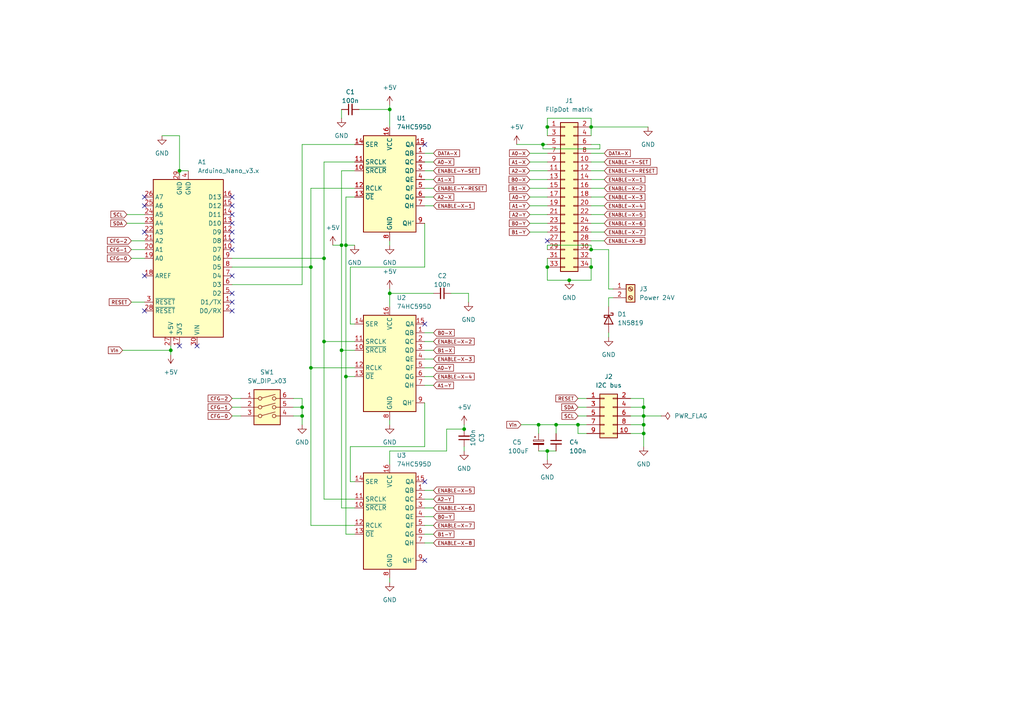
<source format=kicad_sch>
(kicad_sch (version 20211123) (generator eeschema)
  (paper "A4")
  (title_block (title "FlipDot34-Nano Controller Board") (date "2022-04-30") (rev "1.0"))
  (lib_symbols
    (symbol "74xx:74HC595"
      (property "Reference" "U" (at -7.62 13.97 0))
      (property "Value" "74HC595" (at -7.62 -16.51 0))
      (symbol "74HC595_1_0"
        (pin tri_state line (at 10.16 7.62 180) (length 2.54) (name "QB") (number "1"))
        (pin input line (at -10.16 2.54 0) (length 2.54) (name "~{SRCLR}") (number "10"))
        (pin input line (at -10.16 5.08 0) (length 2.54) (name "SRCLK") (number "11"))
        (pin input line (at -10.16 -2.54 0) (length 2.54) (name "RCLK") (number "12"))
        (pin input line (at -10.16 -5.08 0) (length 2.54) (name "~{OE}") (number "13"))
        (pin input line (at -10.16 10.16 0) (length 2.54) (name "SER") (number "14"))
        (pin tri_state line (at 10.16 10.16 180) (length 2.54) (name "QA") (number "15"))
        (pin power_in line (at 0 15.24 270) (length 2.54) (name "VCC") (number "16"))
        (pin tri_state line (at 10.16 5.08 180) (length 2.54) (name "QC") (number "2"))
        (pin tri_state line (at 10.16 2.54 180) (length 2.54) (name "QD") (number "3"))
        (pin tri_state line (at 10.16 0 180) (length 2.54) (name "QE") (number "4"))
        (pin tri_state line (at 10.16 -2.54 180) (length 2.54) (name "QF") (number "5"))
        (pin tri_state line (at 10.16 -5.08 180) (length 2.54) (name "QG") (number "6"))
        (pin tri_state line (at 10.16 -7.62 180) (length 2.54) (name "QH") (number "7"))
        (pin power_in line (at 0 -17.78 90) (length 2.54) (name "GND") (number "8"))
        (pin output line (at 10.16 -12.7 180) (length 2.54) (name "QH'") (number "9"))
      )
      (symbol "74HC595_1_1"
        (rectangle (start -7.62 12.7) (end 7.62 -15.24) (stroke (width 0.254)) (fill (type background)))
      )
    )
    (symbol "Connector:Screw_Terminal_01x02" (pin_names (offset 1.016) hide)
      (property "Reference" "J" (at 0 2.54 0))
      (property "Value" "Screw_Terminal_01x02" (at 0 -5.08 0))
      (symbol "Screw_Terminal_01x02_1_1"
        (rectangle (start -1.27 1.27) (end 1.27 -3.81) (stroke (width 0.254)) (fill (type background)))
        (circle (center 0 -2.54) (radius 0.635) (stroke (width 0.1524)))
        (polyline (pts (xy -0.5334 -2.2098) (xy 0.3302 -3.048)) (stroke (width 0.1524)))
        (polyline (pts (xy -0.5334 0.3302) (xy 0.3302 -0.508)) (stroke (width 0.1524)))
        (polyline (pts (xy -0.3556 -2.032) (xy 0.508 -2.8702)) (stroke (width 0.1524)))
        (polyline (pts (xy -0.3556 0.508) (xy 0.508 -0.3302)) (stroke (width 0.1524)))
        (circle (center 0 0) (radius 0.635) (stroke (width 0.1524)))
        (pin passive line (at -5.08 0 0) (length 3.81) (name "Pin_1") (number "1"))
        (pin passive line (at -5.08 -2.54 0) (length 3.81) (name "Pin_2") (number "2"))
      )
    )
    (symbol "Connector_Generic:Conn_02x05_Odd_Even" (pin_names (offset 1.016) hide)
      (property "Reference" "J" (at 1.27 7.62 0))
      (property "Value" "Conn_02x05_Odd_Even" (at 1.27 -7.62 0))
      (symbol "Conn_02x05_Odd_Even_1_1"
        (rectangle (start -1.27 -4.953) (end 0 -5.207) (stroke (width 0.1524)))
        (rectangle (start -1.27 -2.413) (end 0 -2.667) (stroke (width 0.1524)))
        (rectangle (start -1.27 0.127) (end 0 -0.127) (stroke (width 0.1524)))
        (rectangle (start -1.27 2.667) (end 0 2.413) (stroke (width 0.1524)))
        (rectangle (start -1.27 5.207) (end 0 4.953) (stroke (width 0.1524)))
        (rectangle (start -1.27 6.35) (end 3.81 -6.35) (stroke (width 0.254)) (fill (type background)))
        (rectangle (start 3.81 -4.953) (end 2.54 -5.207) (stroke (width 0.1524)))
        (rectangle (start 3.81 -2.413) (end 2.54 -2.667) (stroke (width 0.1524)))
        (rectangle (start 3.81 0.127) (end 2.54 -0.127) (stroke (width 0.1524)))
        (rectangle (start 3.81 2.667) (end 2.54 2.413) (stroke (width 0.1524)))
        (rectangle (start 3.81 5.207) (end 2.54 4.953) (stroke (width 0.1524)))
        (pin passive line (at -5.08 5.08 0) (length 3.81) (name "Pin_1") (number "1"))
        (pin passive line (at 7.62 -5.08 180) (length 3.81) (name "Pin_10") (number "10"))
        (pin passive line (at 7.62 5.08 180) (length 3.81) (name "Pin_2") (number "2"))
        (pin passive line (at -5.08 2.54 0) (length 3.81) (name "Pin_3") (number "3"))
        (pin passive line (at 7.62 2.54 180) (length 3.81) (name "Pin_4") (number "4"))
        (pin passive line (at -5.08 0 0) (length 3.81) (name "Pin_5") (number "5"))
        (pin passive line (at 7.62 0 180) (length 3.81) (name "Pin_6") (number "6"))
        (pin passive line (at -5.08 -2.54 0) (length 3.81) (name "Pin_7") (number "7"))
        (pin passive line (at 7.62 -2.54 180) (length 3.81) (name "Pin_8") (number "8"))
        (pin passive line (at -5.08 -5.08 0) (length 3.81) (name "Pin_9") (number "9"))
      )
    )
    (symbol "Connector_Generic:Conn_02x17_Odd_Even" (pin_names (offset 1.016) hide)
      (property "Reference" "J" (at 1.27 22.86 0))
      (property "Value" "Conn_02x17_Odd_Even" (at 1.27 -22.86 0))
      (symbol "Conn_02x17_Odd_Even_1_1"
        (rectangle (start -1.27 -20.193) (end 0 -20.447) (stroke (width 0.1524)))
        (rectangle (start -1.27 -17.653) (end 0 -17.907) (stroke (width 0.1524)))
        (rectangle (start -1.27 -15.113) (end 0 -15.367) (stroke (width 0.1524)))
        (rectangle (start -1.27 -12.573) (end 0 -12.827) (stroke (width 0.1524)))
        (rectangle (start -1.27 -10.033) (end 0 -10.287) (stroke (width 0.1524)))
        (rectangle (start -1.27 -7.493) (end 0 -7.747) (stroke (width 0.1524)))
        (rectangle (start -1.27 -4.953) (end 0 -5.207) (stroke (width 0.1524)))
        (rectangle (start -1.27 -2.413) (end 0 -2.667) (stroke (width 0.1524)))
        (rectangle (start -1.27 0.127) (end 0 -0.127) (stroke (width 0.1524)))
        (rectangle (start -1.27 2.667) (end 0 2.413) (stroke (width 0.1524)))
        (rectangle (start -1.27 5.207) (end 0 4.953) (stroke (width 0.1524)))
        (rectangle (start -1.27 7.747) (end 0 7.493) (stroke (width 0.1524)))
        (rectangle (start -1.27 10.287) (end 0 10.033) (stroke (width 0.1524)))
        (rectangle (start -1.27 12.827) (end 0 12.573) (stroke (width 0.1524)))
        (rectangle (start -1.27 15.367) (end 0 15.113) (stroke (width 0.1524)))
        (rectangle (start -1.27 17.907) (end 0 17.653) (stroke (width 0.1524)))
        (rectangle (start -1.27 20.447) (end 0 20.193) (stroke (width 0.1524)))
        (rectangle (start -1.27 21.59) (end 3.81 -21.59) (stroke (width 0.254)) (fill (type background)))
        (rectangle (start 3.81 -20.193) (end 2.54 -20.447) (stroke (width 0.1524)))
        (rectangle (start 3.81 -17.653) (end 2.54 -17.907) (stroke (width 0.1524)))
        (rectangle (start 3.81 -15.113) (end 2.54 -15.367) (stroke (width 0.1524)))
        (rectangle (start 3.81 -12.573) (end 2.54 -12.827) (stroke (width 0.1524)))
        (rectangle (start 3.81 -10.033) (end 2.54 -10.287) (stroke (width 0.1524)))
        (rectangle (start 3.81 -7.493) (end 2.54 -7.747) (stroke (width 0.1524)))
        (rectangle (start 3.81 -4.953) (end 2.54 -5.207) (stroke (width 0.1524)))
        (rectangle (start 3.81 -2.413) (end 2.54 -2.667) (stroke (width 0.1524)))
        (rectangle (start 3.81 0.127) (end 2.54 -0.127) (stroke (width 0.1524)))
        (rectangle (start 3.81 2.667) (end 2.54 2.413) (stroke (width 0.1524)))
        (rectangle (start 3.81 5.207) (end 2.54 4.953) (stroke (width 0.1524)))
        (rectangle (start 3.81 7.747) (end 2.54 7.493) (stroke (width 0.1524)))
        (rectangle (start 3.81 10.287) (end 2.54 10.033) (stroke (width 0.1524)))
        (rectangle (start 3.81 12.827) (end 2.54 12.573) (stroke (width 0.1524)))
        (rectangle (start 3.81 15.367) (end 2.54 15.113) (stroke (width 0.1524)))
        (rectangle (start 3.81 17.907) (end 2.54 17.653) (stroke (width 0.1524)))
        (rectangle (start 3.81 20.447) (end 2.54 20.193) (stroke (width 0.1524)))
        (pin passive line (at -5.08 20.32 0) (length 3.81) (name "Pin_1") (number "1"))
        (pin passive line (at 7.62 10.16 180) (length 3.81) (name "Pin_10") (number "10"))
        (pin passive line (at -5.08 7.62 0) (length 3.81) (name "Pin_11") (number "11"))
        (pin passive line (at 7.62 7.62 180) (length 3.81) (name "Pin_12") (number "12"))
        (pin passive line (at -5.08 5.08 0) (length 3.81) (name "Pin_13") (number "13"))
        (pin passive line (at 7.62 5.08 180) (length 3.81) (name "Pin_14") (number "14"))
        (pin passive line (at -5.08 2.54 0) (length 3.81) (name "Pin_15") (number "15"))
        (pin passive line (at 7.62 2.54 180) (length 3.81) (name "Pin_16") (number "16"))
        (pin passive line (at -5.08 0 0) (length 3.81) (name "Pin_17") (number "17"))
        (pin passive line (at 7.62 0 180) (length 3.81) (name "Pin_18") (number "18"))
        (pin passive line (at -5.08 -2.54 0) (length 3.81) (name "Pin_19") (number "19"))
        (pin passive line (at 7.62 20.32 180) (length 3.81) (name "Pin_2") (number "2"))
        (pin passive line (at 7.62 -2.54 180) (length 3.81) (name "Pin_20") (number "20"))
        (pin passive line (at -5.08 -5.08 0) (length 3.81) (name "Pin_21") (number "21"))
        (pin passive line (at 7.62 -5.08 180) (length 3.81) (name "Pin_22") (number "22"))
        (pin passive line (at -5.08 -7.62 0) (length 3.81) (name "Pin_23") (number "23"))
        (pin passive line (at 7.62 -7.62 180) (length 3.81) (name "Pin_24") (number "24"))
        (pin passive line (at -5.08 -10.16 0) (length 3.81) (name "Pin_25") (number "25"))
        (pin passive line (at 7.62 -10.16 180) (length 3.81) (name "Pin_26") (number "26"))
        (pin passive line (at -5.08 -12.7 0) (length 3.81) (name "Pin_27") (number "27"))
        (pin passive line (at 7.62 -12.7 180) (length 3.81) (name "Pin_28") (number "28"))
        (pin passive line (at -5.08 -15.24 0) (length 3.81) (name "Pin_29") (number "29"))
        (pin passive line (at -5.08 17.78 0) (length 3.81) (name "Pin_3") (number "3"))
        (pin passive line (at 7.62 -15.24 180) (length 3.81) (name "Pin_30") (number "30"))
        (pin passive line (at -5.08 -17.78 0) (length 3.81) (name "Pin_31") (number "31"))
        (pin passive line (at 7.62 -17.78 180) (length 3.81) (name "Pin_32") (number "32"))
        (pin passive line (at -5.08 -20.32 0) (length 3.81) (name "Pin_33") (number "33"))
        (pin passive line (at 7.62 -20.32 180) (length 3.81) (name "Pin_34") (number "34"))
        (pin passive line (at 7.62 17.78 180) (length 3.81) (name "Pin_4") (number "4"))
        (pin passive line (at -5.08 15.24 0) (length 3.81) (name "Pin_5") (number "5"))
        (pin passive line (at 7.62 15.24 180) (length 3.81) (name "Pin_6") (number "6"))
        (pin passive line (at -5.08 12.7 0) (length 3.81) (name "Pin_7") (number "7"))
        (pin passive line (at 7.62 12.7 180) (length 3.81) (name "Pin_8") (number "8"))
        (pin passive line (at -5.08 10.16 0) (length 3.81) (name "Pin_9") (number "9"))
      )
    )
    (symbol "Device:C_Polarized_Small" (pin_numbers hide) (pin_names (offset 0.254) hide)
      (property "Reference" "C" (at 0.254 1.778 0))
      (property "Value" "C_Polarized_Small" (at 0.254 -2.032 0))
      (symbol "C_Polarized_Small_0_1"
        (rectangle (start -1.524 -0.3048) (end 1.524 -0.6858) (fill (type outline)))
        (rectangle (start -1.524 0.6858) (end 1.524 0.3048))
        (polyline (pts (xy -1.27 1.524) (xy -0.762 1.524)))
        (polyline (pts (xy -1.016 1.27) (xy -1.016 1.778)))
      )
      (symbol "C_Polarized_Small_1_1"
        (pin passive line (at 0 2.54 270) (length 1.8542) (name "~") (number "1"))
        (pin passive line (at 0 -2.54 90) (length 1.8542) (name "~") (number "2"))
      )
    )
    (symbol "Device:C_Small" (pin_numbers hide) (pin_names (offset 0.254) hide)
      (property "Reference" "C" (at 0.254 1.778 0))
      (property "Value" "C_Small" (at 0.254 -2.032 0))
      (symbol "C_Small_0_1"
        (polyline (pts (xy -1.524 -0.508) (xy 1.524 -0.508)) (stroke (width 0.3302)))
        (polyline (pts (xy -1.524 0.508) (xy 1.524 0.508)) (stroke (width 0.3048)))
      )
      (symbol "C_Small_1_1"
        (pin passive line (at 0 2.54 270) (length 2.032) (name "~") (number "1"))
        (pin passive line (at 0 -2.54 90) (length 2.032) (name "~") (number "2"))
      )
    )
    (symbol "Diode:1N5819" (pin_numbers hide) (pin_names (offset 1.016) hide)
      (property "Reference" "D" (at 0 2.54 0))
      (property "Value" "1N5819" (at 0 -2.54 0))
      (symbol "1N5819_0_1"
        (polyline (pts (xy 1.27 0) (xy -1.27 0)))
        (polyline (pts (xy 1.27 1.27) (xy 1.27 -1.27) (xy -1.27 0) (xy 1.27 1.27)) (stroke (width 0.254)))
        (polyline (pts (xy -1.905 0.635) (xy -1.905 1.27) (xy -1.27 1.27) (xy -1.27 -1.27) (xy -0.635 -1.27) (xy -0.635 -0.635)) (stroke (width 0.254)))
      )
      (symbol "1N5819_1_1"
        (pin passive line (at -3.81 0 0) (length 2.54) (name "K") (number "1"))
        (pin passive line (at 3.81 0 180) (length 2.54) (name "A") (number "2"))
      )
    )
    (symbol "MCU_Module:Arduino_Nano_v3.x"
      (property "Reference" "A" (at -10.16 23.495 0))
      (property "Value" "Arduino_Nano_v3.x" (at 5.08 -24.13 0))
      (symbol "Arduino_Nano_v3.x_0_1"
        (rectangle (start -10.16 22.86) (end 10.16 -22.86) (stroke (width 0.254)) (fill (type background)))
      )
      (symbol "Arduino_Nano_v3.x_1_1"
        (pin bidirectional line (at -12.7 12.7 0) (length 2.54) (name "D1/TX") (number "1"))
        (pin bidirectional line (at -12.7 -2.54 0) (length 2.54) (name "D7") (number "10"))
        (pin bidirectional line (at -12.7 -5.08 0) (length 2.54) (name "D8") (number "11"))
        (pin bidirectional line (at -12.7 -7.62 0) (length 2.54) (name "D9") (number "12"))
        (pin bidirectional line (at -12.7 -10.16 0) (length 2.54) (name "D10") (number "13"))
        (pin bidirectional line (at -12.7 -12.7 0) (length 2.54) (name "D11") (number "14"))
        (pin bidirectional line (at -12.7 -15.24 0) (length 2.54) (name "D12") (number "15"))
        (pin bidirectional line (at -12.7 -17.78 0) (length 2.54) (name "D13") (number "16"))
        (pin power_out line (at 2.54 25.4 270) (length 2.54) (name "3V3") (number "17"))
        (pin input line (at 12.7 5.08 180) (length 2.54) (name "AREF") (number "18"))
        (pin bidirectional line (at 12.7 0 180) (length 2.54) (name "A0") (number "19"))
        (pin bidirectional line (at -12.7 15.24 0) (length 2.54) (name "D0/RX") (number "2"))
        (pin bidirectional line (at 12.7 -2.54 180) (length 2.54) (name "A1") (number "20"))
        (pin bidirectional line (at 12.7 -5.08 180) (length 2.54) (name "A2") (number "21"))
        (pin bidirectional line (at 12.7 -7.62 180) (length 2.54) (name "A3") (number "22"))
        (pin bidirectional line (at 12.7 -10.16 180) (length 2.54) (name "A4") (number "23"))
        (pin bidirectional line (at 12.7 -12.7 180) (length 2.54) (name "A5") (number "24"))
        (pin bidirectional line (at 12.7 -15.24 180) (length 2.54) (name "A6") (number "25"))
        (pin bidirectional line (at 12.7 -17.78 180) (length 2.54) (name "A7") (number "26"))
        (pin power_out line (at 5.08 25.4 270) (length 2.54) (name "+5V") (number "27"))
        (pin input line (at 12.7 15.24 180) (length 2.54) (name "~{RESET}") (number "28"))
        (pin power_in line (at 2.54 -25.4 90) (length 2.54) (name "GND") (number "29"))
        (pin input line (at 12.7 12.7 180) (length 2.54) (name "~{RESET}") (number "3"))
        (pin power_in line (at -2.54 25.4 270) (length 2.54) (name "VIN") (number "30"))
        (pin power_in line (at 0 -25.4 90) (length 2.54) (name "GND") (number "4"))
        (pin bidirectional line (at -12.7 10.16 0) (length 2.54) (name "D2") (number "5"))
        (pin bidirectional line (at -12.7 7.62 0) (length 2.54) (name "D3") (number "6"))
        (pin bidirectional line (at -12.7 5.08 0) (length 2.54) (name "D4") (number "7"))
        (pin bidirectional line (at -12.7 2.54 0) (length 2.54) (name "D5") (number "8"))
        (pin bidirectional line (at -12.7 0 0) (length 2.54) (name "D6") (number "9"))
      )
    )
    (symbol "Switch:SW_DIP_x03" (pin_names (offset 0) hide)
      (property "Reference" "SW" (at 0 8.89 0))
      (property "Value" "SW_DIP_x03" (at 0 -3.81 0))
      (symbol "SW_DIP_x03_0_0"
        (circle (center -2.032 0) (radius 0.508))
        (circle (center -2.032 2.54) (radius 0.508))
        (circle (center -2.032 5.08) (radius 0.508))
        (polyline (pts (xy -1.524 0.127) (xy 2.3622 1.1684)))
        (polyline (pts (xy -1.524 2.667) (xy 2.3622 3.7084)))
        (polyline (pts (xy -1.524 5.207) (xy 2.3622 6.2484)))
        (circle (center 2.032 0) (radius 0.508))
        (circle (center 2.032 2.54) (radius 0.508))
        (circle (center 2.032 5.08) (radius 0.508))
      )
      (symbol "SW_DIP_x03_0_1"
        (rectangle (start -3.81 7.62) (end 3.81 -2.54) (stroke (width 0.254)) (fill (type background)))
      )
      (symbol "SW_DIP_x03_1_1"
        (pin passive line (at -7.62 5.08 0) (length 5.08) (name "~") (number "1"))
        (pin passive line (at -7.62 2.54 0) (length 5.08) (name "~") (number "2"))
        (pin passive line (at -7.62 0 0) (length 5.08) (name "~") (number "3"))
        (pin passive line (at 7.62 0 180) (length 5.08) (name "~") (number "4"))
        (pin passive line (at 7.62 2.54 180) (length 5.08) (name "~") (number "5"))
        (pin passive line (at 7.62 5.08 180) (length 5.08) (name "~") (number "6"))
      )
    )
    (symbol "power:+5V" (power) (pin_names (offset 0))
      (property "Value" "+5V" (at 0 3.556 0))
      (symbol "+5V_0_1"
        (polyline (pts (xy -0.762 1.27) (xy 0 2.54)))
        (polyline (pts (xy 0 0) (xy 0 2.54)))
        (polyline (pts (xy 0 2.54) (xy 0.762 1.27)))
      )
      (symbol "+5V_1_1"
        (pin power_in line (at 0 0 90) (length 0) hide (name "+5V") (number "1"))
      )
    )
    (symbol "power:GND" (power) (pin_names (offset 0))
      (property "Value" "GND" (at 0 -3.81 0))
      (symbol "GND_0_1"
        (polyline (pts (xy 0 0) (xy 0 -1.27) (xy 1.27 -1.27) (xy 0 -2.54) (xy -1.27 -1.27) (xy 0 -1.27)))
      )
      (symbol "GND_1_1"
        (pin power_in line (at 0 0 270) (length 0) hide (name "GND") (number "1"))
      )
    )
    (symbol "power:PWR_FLAG" (power) (pin_numbers hide) (pin_names (offset 0) hide)
      (property "Value" "PWR_FLAG" (at 0 3.81 0))
      (symbol "PWR_FLAG_0_0"
        (pin power_out line (at 0 0 90) (length 0) (name "pwr") (number "1"))
      )
      (symbol "PWR_FLAG_0_1"
        (polyline (pts (xy 0 0) (xy 0 1.27) (xy -1.016 1.905) (xy 0 2.54) (xy 1.016 1.905) (xy 0 1.27)))
      )
    )
  )
  (junction (at 52.07 49.53))
  (junction (at 100.33 71.12))
  (junction (at 99.06 101.6))
  (junction (at 99.06 71.12))
  (junction (at 113.03 85.09))
  (junction (at 171.45 77.47))
  (junction (at 156.21 123.19))
  (junction (at 186.69 123.19))
  (junction (at 171.45 72.39))
  (junction (at 161.29 123.19))
  (junction (at 186.69 120.65))
  (junction (at 186.69 125.73))
  (junction (at 100.33 109.22))
  (junction (at 49.53 101.6))
  (junction (at 158.75 36.83))
  (junction (at 165.1 81.28))
  (junction (at 158.75 130.81))
  (junction (at 113.03 31.75))
  (junction (at 167.64 123.19))
  (junction (at 90.17 106.68))
  (junction (at 90.17 77.47))
  (junction (at 157.48 41.91))
  (junction (at 87.63 120.65))
  (junction (at 87.63 118.11))
  (junction (at 171.45 36.83))
  (junction (at 134.62 124.46))
  (junction (at 93.98 74.93))
  (junction (at 158.75 77.47))
  (junction (at 186.69 118.11))
  (junction (at 93.98 99.06))
  (no_connect (at 41.91 67.31))
  (no_connect (at 67.31 87.63))
  (no_connect (at 41.91 59.69))
  (no_connect (at 123.19 93.98))
  (no_connect (at 123.19 139.7))
  (no_connect (at 123.19 41.91))
  (no_connect (at 52.07 100.33))
  (no_connect (at 67.31 57.15))
  (no_connect (at 67.31 64.77))
  (no_connect (at 67.31 85.09))
  (no_connect (at 67.31 80.01))
  (no_connect (at 67.31 67.31))
  (no_connect (at 67.31 69.85))
  (no_connect (at 67.31 72.39))
  (no_connect (at 41.91 80.01))
  (no_connect (at 57.15 100.33))
  (no_connect (at 123.19 162.56))
  (no_connect (at 41.91 57.15))
  (no_connect (at 67.31 90.17))
  (no_connect (at 158.75 69.85))
  (no_connect (at 67.31 62.23))
  (no_connect (at 67.31 59.69))
  (no_connect (at 41.91 90.17))
  (wire (pts (xy 153.67 46.99) (xy 158.75 46.99)))
  (wire (pts (xy 102.87 57.15) (xy 100.33 57.15)))
  (wire (pts (xy 67.31 82.55) (xy 87.63 82.55)))
  (wire (pts (xy 167.64 120.65) (xy 170.18 120.65)))
  (wire (pts (xy 157.48 41.91) (xy 157.48 43.18)))
  (wire (pts (xy 113.03 31.75) (xy 113.03 36.83)))
  (wire (pts (xy 157.48 41.91) (xy 158.75 41.91)))
  (wire (pts (xy 67.31 118.11) (xy 69.85 118.11)))
  (wire (pts (xy 186.69 115.57) (xy 186.69 118.11)))
  (wire (pts (xy 158.75 71.12) (xy 171.45 71.12)))
  (wire (pts (xy 158.75 130.81) (xy 158.75 133.35)))
  (wire (pts (xy 85.09 120.65) (xy 87.63 120.65)))
  (wire (pts (xy 171.45 34.29) (xy 171.45 36.83)))
  (wire (pts (xy 158.75 36.83) (xy 158.75 39.37)))
  (wire (pts (xy 153.67 62.23) (xy 158.75 62.23)))
  (wire (pts (xy 186.69 120.65) (xy 191.77 120.65)))
  (wire (pts (xy 158.75 34.29) (xy 171.45 34.29)))
  (wire (pts (xy 123.19 77.47) (xy 101.6 77.47)))
  (wire (pts (xy 186.69 125.73) (xy 186.69 129.54)))
  (wire (pts (xy 123.19 99.06) (xy 125.73 99.06)))
  (wire (pts (xy 171.45 71.12) (xy 171.45 72.39)))
  (wire (pts (xy 123.19 149.86) (xy 125.73 149.86)))
  (wire (pts (xy 38.1 87.63) (xy 41.91 87.63)))
  (wire (pts (xy 49.53 101.6) (xy 49.53 102.87)))
  (wire (pts (xy 99.06 101.6) (xy 99.06 147.32)))
  (wire (pts (xy 175.26 54.61) (xy 171.45 54.61)))
  (wire (pts (xy 90.17 54.61) (xy 90.17 77.47)))
  (wire (pts (xy 123.19 142.24) (xy 125.73 142.24)))
  (wire (pts (xy 93.98 144.78) (xy 102.87 144.78)))
  (wire (pts (xy 100.33 71.12) (xy 102.87 71.12)))
  (wire (pts (xy 156.21 123.19) (xy 161.29 123.19)))
  (wire (pts (xy 153.67 57.15) (xy 158.75 57.15)))
  (wire (pts (xy 173.99 43.18) (xy 173.99 41.91)))
  (wire (pts (xy 52.07 39.37) (xy 52.07 49.53)))
  (wire (pts (xy 90.17 77.47) (xy 90.17 106.68)))
  (wire (pts (xy 36.83 62.23) (xy 41.91 62.23)))
  (wire (pts (xy 175.26 57.15) (xy 171.45 57.15)))
  (wire (pts (xy 93.98 99.06) (xy 102.87 99.06)))
  (wire (pts (xy 113.03 121.92) (xy 113.03 123.19)))
  (wire (pts (xy 182.88 123.19) (xy 186.69 123.19)))
  (wire (pts (xy 182.88 120.65) (xy 186.69 120.65)))
  (wire (pts (xy 158.75 81.28) (xy 165.1 81.28)))
  (wire (pts (xy 123.19 154.94) (xy 125.73 154.94)))
  (wire (pts (xy 100.33 57.15) (xy 100.33 71.12)))
  (wire (pts (xy 67.31 77.47) (xy 90.17 77.47)))
  (wire (pts (xy 176.53 83.82) (xy 177.8 83.82)))
  (wire (pts (xy 99.06 71.12) (xy 99.06 101.6)))
  (wire (pts (xy 102.87 49.53) (xy 99.06 49.53)))
  (wire (pts (xy 85.09 115.57) (xy 87.63 115.57)))
  (wire (pts (xy 157.48 43.18) (xy 173.99 43.18)))
  (wire (pts (xy 176.53 72.39) (xy 176.53 83.82)))
  (wire (pts (xy 67.31 115.57) (xy 69.85 115.57)))
  (wire (pts (xy 52.07 49.53) (xy 54.61 49.53)))
  (wire (pts (xy 101.6 93.98) (xy 102.87 93.98)))
  (wire (pts (xy 175.26 59.69) (xy 171.45 59.69)))
  (wire (pts (xy 123.19 109.22) (xy 125.73 109.22)))
  (wire (pts (xy 176.53 86.36) (xy 177.8 86.36)))
  (wire (pts (xy 123.19 96.52) (xy 125.73 96.52)))
  (wire (pts (xy 123.19 116.84) (xy 123.19 129.54)))
  (wire (pts (xy 99.06 101.6) (xy 102.87 101.6)))
  (wire (pts (xy 173.99 41.91) (xy 171.45 41.91)))
  (wire (pts (xy 171.45 81.28) (xy 171.45 77.47)))
  (wire (pts (xy 100.33 109.22) (xy 100.33 154.94)))
  (wire (pts (xy 123.19 152.4) (xy 125.73 152.4)))
  (wire (pts (xy 123.19 104.14) (xy 125.73 104.14)))
  (wire (pts (xy 158.75 72.39) (xy 158.75 71.12)))
  (wire (pts (xy 123.19 106.68) (xy 125.73 106.68)))
  (wire (pts (xy 182.88 115.57) (xy 186.69 115.57)))
  (wire (pts (xy 101.6 139.7) (xy 102.87 139.7)))
  (wire (pts (xy 113.03 69.85) (xy 113.03 71.12)))
  (wire (pts (xy 186.69 123.19) (xy 186.69 125.73)))
  (wire (pts (xy 38.1 74.93) (xy 41.91 74.93)))
  (wire (pts (xy 123.19 111.76) (xy 125.73 111.76)))
  (wire (pts (xy 167.64 123.19) (xy 170.18 123.19)))
  (wire (pts (xy 101.6 129.54) (xy 101.6 139.7)))
  (wire (pts (xy 102.87 46.99) (xy 93.98 46.99)))
  (wire (pts (xy 90.17 106.68) (xy 102.87 106.68)))
  (wire (pts (xy 175.26 49.53) (xy 171.45 49.53)))
  (wire (pts (xy 171.45 72.39) (xy 176.53 72.39)))
  (wire (pts (xy 153.67 67.31) (xy 158.75 67.31)))
  (wire (pts (xy 123.19 49.53) (xy 125.73 49.53)))
  (wire (pts (xy 123.19 64.77) (xy 123.19 77.47)))
  (wire (pts (xy 123.19 44.45) (xy 125.73 44.45)))
  (wire (pts (xy 130.81 85.09) (xy 135.89 85.09)))
  (wire (pts (xy 123.19 144.78) (xy 125.73 144.78)))
  (wire (pts (xy 123.19 57.15) (xy 125.73 57.15)))
  (wire (pts (xy 67.31 74.93) (xy 93.98 74.93)))
  (wire (pts (xy 99.06 49.53) (xy 99.06 71.12)))
  (wire (pts (xy 90.17 152.4) (xy 102.87 152.4)))
  (wire (pts (xy 100.33 154.94) (xy 102.87 154.94)))
  (wire (pts (xy 161.29 123.19) (xy 161.29 125.73)))
  (wire (pts (xy 176.53 86.36) (xy 176.53 88.9)))
  (wire (pts (xy 158.75 74.93) (xy 158.75 77.47)))
  (wire (pts (xy 129.54 124.46) (xy 134.62 124.46)))
  (wire (pts (xy 175.26 46.99) (xy 171.45 46.99)))
  (wire (pts (xy 167.64 125.73) (xy 170.18 125.73)))
  (wire (pts (xy 171.45 36.83) (xy 171.45 39.37)))
  (wire (pts (xy 38.1 69.85) (xy 41.91 69.85)))
  (wire (pts (xy 113.03 130.81) (xy 129.54 130.81)))
  (wire (pts (xy 153.67 59.69) (xy 158.75 59.69)))
  (wire (pts (xy 99.06 147.32) (xy 102.87 147.32)))
  (wire (pts (xy 171.45 69.85) (xy 175.26 69.85)))
  (wire (pts (xy 161.29 123.19) (xy 167.64 123.19)))
  (wire (pts (xy 158.75 77.47) (xy 158.75 81.28)))
  (wire (pts (xy 90.17 106.68) (xy 90.17 152.4)))
  (wire (pts (xy 104.14 31.75) (xy 113.03 31.75)))
  (wire (pts (xy 153.67 52.07) (xy 158.75 52.07)))
  (wire (pts (xy 113.03 85.09) (xy 125.73 85.09)))
  (wire (pts (xy 186.69 120.65) (xy 186.69 123.19)))
  (wire (pts (xy 153.67 64.77) (xy 158.75 64.77)))
  (wire (pts (xy 182.88 125.73) (xy 186.69 125.73)))
  (wire (pts (xy 52.07 39.37) (xy 46.99 39.37)))
  (wire (pts (xy 36.83 64.77) (xy 41.91 64.77)))
  (wire (pts (xy 171.45 67.31) (xy 175.26 67.31)))
  (wire (pts (xy 167.64 115.57) (xy 170.18 115.57)))
  (wire (pts (xy 87.63 41.91) (xy 102.87 41.91)))
  (wire (pts (xy 123.19 147.32) (xy 125.73 147.32)))
  (wire (pts (xy 176.53 96.52) (xy 176.53 97.79)))
  (wire (pts (xy 85.09 118.11) (xy 87.63 118.11)))
  (wire (pts (xy 167.64 123.19) (xy 167.64 125.73)))
  (wire (pts (xy 87.63 82.55) (xy 87.63 41.91)))
  (wire (pts (xy 87.63 115.57) (xy 87.63 118.11)))
  (wire (pts (xy 87.63 120.65) (xy 87.63 123.19)))
  (wire (pts (xy 100.33 71.12) (xy 100.33 109.22)))
  (wire (pts (xy 93.98 46.99) (xy 93.98 74.93)))
  (wire (pts (xy 175.26 62.23) (xy 171.45 62.23)))
  (wire (pts (xy 123.19 101.6) (xy 125.73 101.6)))
  (wire (pts (xy 123.19 52.07) (xy 125.73 52.07)))
  (wire (pts (xy 167.64 118.11) (xy 170.18 118.11)))
  (wire (pts (xy 113.03 83.82) (xy 113.03 85.09)))
  (wire (pts (xy 87.63 118.11) (xy 87.63 120.65)))
  (wire (pts (xy 129.54 130.81) (xy 129.54 124.46)))
  (wire (pts (xy 175.26 44.45) (xy 171.45 44.45)))
  (wire (pts (xy 102.87 54.61) (xy 90.17 54.61)))
  (wire (pts (xy 113.03 134.62) (xy 113.03 130.81)))
  (wire (pts (xy 123.19 157.48) (xy 125.73 157.48)))
  (wire (pts (xy 156.21 130.81) (xy 158.75 130.81)))
  (wire (pts (xy 134.62 129.54) (xy 134.62 130.81)))
  (wire (pts (xy 153.67 54.61) (xy 158.75 54.61)))
  (wire (pts (xy 135.89 85.09) (xy 135.89 87.63)))
  (wire (pts (xy 171.45 74.93) (xy 171.45 77.47)))
  (wire (pts (xy 151.13 123.19) (xy 156.21 123.19)))
  (wire (pts (xy 96.52 71.12) (xy 99.06 71.12)))
  (wire (pts (xy 175.26 52.07) (xy 171.45 52.07)))
  (wire (pts (xy 153.67 44.45) (xy 158.75 44.45)))
  (wire (pts (xy 100.33 109.22) (xy 102.87 109.22)))
  (wire (pts (xy 123.19 54.61) (xy 125.73 54.61)))
  (wire (pts (xy 186.69 118.11) (xy 186.69 120.65)))
  (wire (pts (xy 156.21 123.19) (xy 156.21 125.73)))
  (wire (pts (xy 165.1 81.28) (xy 171.45 81.28)))
  (wire (pts (xy 123.19 46.99) (xy 125.73 46.99)))
  (wire (pts (xy 99.06 31.75) (xy 99.06 34.29)))
  (wire (pts (xy 35.56 101.6) (xy 49.53 101.6)))
  (wire (pts (xy 171.45 36.83) (xy 187.96 36.83)))
  (wire (pts (xy 113.03 167.64) (xy 113.03 168.91)))
  (wire (pts (xy 134.62 123.19) (xy 134.62 124.46)))
  (wire (pts (xy 158.75 36.83) (xy 158.75 34.29)))
  (wire (pts (xy 49.53 100.33) (xy 49.53 101.6)))
  (wire (pts (xy 93.98 74.93) (xy 93.98 99.06)))
  (wire (pts (xy 52.07 49.53) (xy 52.07 50.8)))
  (wire (pts (xy 67.31 120.65) (xy 69.85 120.65)))
  (wire (pts (xy 182.88 118.11) (xy 186.69 118.11)))
  (wire (pts (xy 113.03 30.48) (xy 113.03 31.75)))
  (wire (pts (xy 158.75 130.81) (xy 161.29 130.81)))
  (wire (pts (xy 93.98 99.06) (xy 93.98 144.78)))
  (wire (pts (xy 38.1 72.39) (xy 41.91 72.39)))
  (wire (pts (xy 123.19 59.69) (xy 125.73 59.69)))
  (wire (pts (xy 123.19 129.54) (xy 101.6 129.54)))
  (wire (pts (xy 149.86 41.91) (xy 157.48 41.91)))
  (wire (pts (xy 153.67 49.53) (xy 158.75 49.53)))
  (wire (pts (xy 101.6 77.47) (xy 101.6 93.98)))
  (wire (pts (xy 175.26 64.77) (xy 171.45 64.77)))
  (wire (pts (xy 113.03 85.09) (xy 113.03 88.9)))
  (global_label "ENABLE-X-5" (shape input) (at 175.26 62.23 0) (effects (font (size 1 1))) (property "Intersheet References" "${INTERSHEET_REFS}" (effects hide)))
  (global_label "SDA" (shape input) (at 36.83 64.77 180) (effects (font (size 1 1))) (property "Intersheet References" "${INTERSHEET_REFS}" (effects hide)))
  (global_label "ENABLE-X-8" (shape input) (at 125.73 157.48 0) (effects (font (size 1 1))) (property "Intersheet References" "${INTERSHEET_REFS}" (effects hide)))
  (global_label "ENABLE-Y-RESET" (shape input) (at 125.73 54.61 0) (effects (font (size 1 1))) (property "Intersheet References" "${INTERSHEET_REFS}" (effects hide)))
  (global_label "SCL" (shape input) (at 167.64 120.65 180) (effects (font (size 1 1))) (property "Intersheet References" "${INTERSHEET_REFS}" (effects hide)))
  (global_label "DATA-X" (shape input) (at 125.73 44.45 0) (effects (font (size 1 1))) (property "Intersheet References" "${INTERSHEET_REFS}" (effects hide)))
  (global_label "CFG-1" (shape input) (at 67.31 118.11 180) (effects (font (size 1 1))) (property "Intersheet References" "${INTERSHEET_REFS}" (effects hide)))
  (global_label "A0-X" (shape input) (at 125.73 46.99 0) (effects (font (size 1 1))) (property "Intersheet References" "${INTERSHEET_REFS}" (effects hide)))
  (global_label "B0-Y" (shape input) (at 153.67 64.77 180) (effects (font (size 1 1))) (property "Intersheet References" "${INTERSHEET_REFS}" (effects hide)))
  (global_label "ENABLE-X-1" (shape input) (at 125.73 59.69 0) (effects (font (size 1 1))) (property "Intersheet References" "${INTERSHEET_REFS}" (effects hide)))
  (global_label "B1-Y" (shape input) (at 125.73 154.94 0) (effects (font (size 1 1))) (property "Intersheet References" "${INTERSHEET_REFS}" (effects hide)))
  (global_label "ENABLE-X-6" (shape input) (at 125.73 147.32 0) (effects (font (size 1 1))) (property "Intersheet References" "${INTERSHEET_REFS}" (effects hide)))
  (global_label "SDA" (shape input) (at 167.64 118.11 180) (effects (font (size 1 1))) (property "Intersheet References" "${INTERSHEET_REFS}" (effects hide)))
  (global_label "A1-Y" (shape input) (at 125.73 111.76 0) (effects (font (size 1 1))) (property "Intersheet References" "${INTERSHEET_REFS}" (effects hide)))
  (global_label "B0-Y" (shape input) (at 125.73 149.86 0) (effects (font (size 1 1))) (property "Intersheet References" "${INTERSHEET_REFS}" (effects hide)))
  (global_label "A0-Y" (shape input) (at 153.67 57.15 180) (effects (font (size 1 1))) (property "Intersheet References" "${INTERSHEET_REFS}" (effects hide)))
  (global_label "ENABLE-X-3" (shape input) (at 175.26 57.15 0) (effects (font (size 1 1))) (property "Intersheet References" "${INTERSHEET_REFS}" (effects hide)))
  (global_label "ENABLE-X-4" (shape input) (at 175.26 59.69 0) (effects (font (size 1 1))) (property "Intersheet References" "${INTERSHEET_REFS}" (effects hide)))
  (global_label "ENABLE-X-5" (shape input) (at 125.73 142.24 0) (effects (font (size 1 1))) (property "Intersheet References" "${INTERSHEET_REFS}" (effects hide)))
  (global_label "B1-X" (shape input) (at 153.67 54.61 180) (effects (font (size 1 1))) (property "Intersheet References" "${INTERSHEET_REFS}" (effects hide)))
  (global_label "A1-X" (shape input) (at 125.73 52.07 0) (effects (font (size 1 1))) (property "Intersheet References" "${INTERSHEET_REFS}" (effects hide)))
  (global_label "RESET" (shape input) (at 38.1 87.63 180) (effects (font (size 1 1))) (property "Intersheet References" "${INTERSHEET_REFS}" (effects hide)))
  (global_label "CFG-0" (shape input) (at 67.31 120.65 180) (effects (font (size 1 1))) (property "Intersheet References" "${INTERSHEET_REFS}" (effects hide)))
  (global_label "CFG-1" (shape input) (at 38.1 72.39 180) (effects (font (size 1 1))) (property "Intersheet References" "${INTERSHEET_REFS}" (effects hide)))
  (global_label "RESET" (shape input) (at 167.64 115.57 180) (effects (font (size 1 1))) (property "Intersheet References" "${INTERSHEET_REFS}" (effects hide)))
  (global_label "B0-X" (shape input) (at 153.67 52.07 180) (effects (font (size 1 1))) (property "Intersheet References" "${INTERSHEET_REFS}" (effects hide)))
  (global_label "B1-Y" (shape input) (at 153.67 67.31 180) (effects (font (size 1 1))) (property "Intersheet References" "${INTERSHEET_REFS}" (effects hide)))
  (global_label "A0-Y" (shape input) (at 125.73 106.68 0) (effects (font (size 1 1))) (property "Intersheet References" "${INTERSHEET_REFS}" (effects hide)))
  (global_label "A2-X" (shape input) (at 153.67 49.53 180) (effects (font (size 1 1))) (property "Intersheet References" "${INTERSHEET_REFS}" (effects hide)))
  (global_label "B0-X" (shape input) (at 125.73 96.52 0) (effects (font (size 1 1))) (property "Intersheet References" "${INTERSHEET_REFS}" (effects hide)))
  (global_label "ENABLE-X-6" (shape input) (at 175.26 64.77 0) (effects (font (size 1 1))) (property "Intersheet References" "${INTERSHEET_REFS}" (effects hide)))
  (global_label "A1-Y" (shape input) (at 153.67 59.69 180) (effects (font (size 1 1))) (property "Intersheet References" "${INTERSHEET_REFS}" (effects hide)))
  (global_label "A2-Y" (shape input) (at 125.73 144.78 0) (effects (font (size 1 1))) (property "Intersheet References" "${INTERSHEET_REFS}" (effects hide)))
  (global_label "SCL" (shape input) (at 36.83 62.23 180) (effects (font (size 1 1))) (property "Intersheet References" "${INTERSHEET_REFS}" (effects hide)))
  (global_label "ENABLE-X-8" (shape input) (at 175.26 69.85 0) (effects (font (size 1 1))) (property "Intersheet References" "${INTERSHEET_REFS}" (effects hide)))
  (global_label "DATA-X" (shape input) (at 175.26 44.45 0) (effects (font (size 1 1))) (property "Intersheet References" "${INTERSHEET_REFS}" (effects hide)))
  (global_label "ENABLE-X-4" (shape input) (at 125.73 109.22 0) (effects (font (size 1 1))) (property "Intersheet References" "${INTERSHEET_REFS}" (effects hide)))
  (global_label "ENABLE-X-3" (shape input) (at 125.73 104.14 0) (effects (font (size 1 1))) (property "Intersheet References" "${INTERSHEET_REFS}" (effects hide)))
  (global_label "Vin" (shape input) (at 35.56 101.6 180) (effects (font (size 1 1))) (property "Intersheet References" "${INTERSHEET_REFS}" (effects hide)))
  (global_label "ENABLE-X-2" (shape input) (at 125.73 99.06 0) (effects (font (size 1 1))) (property "Intersheet References" "${INTERSHEET_REFS}" (effects hide)))
  (global_label "CFG-0" (shape input) (at 38.1 74.93 180) (effects (font (size 1 1))) (property "Intersheet References" "${INTERSHEET_REFS}" (effects hide)))
  (global_label "ENABLE-Y-RESET" (shape input) (at 175.26 49.53 0) (effects (font (size 1 1))) (property "Intersheet References" "${INTERSHEET_REFS}" (effects hide)))
  (global_label "A2-Y" (shape input) (at 153.67 62.23 180) (effects (font (size 1 1))) (property "Intersheet References" "${INTERSHEET_REFS}" (effects hide)))
  (global_label "A1-X" (shape input) (at 153.67 46.99 180) (effects (font (size 1 1))) (property "Intersheet References" "${INTERSHEET_REFS}" (effects hide)))
  (global_label "A2-X" (shape input) (at 125.73 57.15 0) (effects (font (size 1 1))) (property "Intersheet References" "${INTERSHEET_REFS}" (effects hide)))
  (global_label "Vin" (shape input) (at 151.13 123.19 180) (effects (font (size 1 1))) (property "Intersheet References" "${INTERSHEET_REFS}" (effects hide)))
  (global_label "CFG-2" (shape input) (at 38.1 69.85 180) (effects (font (size 1 1))) (property "Intersheet References" "${INTERSHEET_REFS}" (effects hide)))
  (global_label "A0-X" (shape input) (at 153.67 44.45 180) (effects (font (size 1 1))) (property "Intersheet References" "${INTERSHEET_REFS}" (effects hide)))
  (global_label "ENABLE-Y-SET" (shape input) (at 125.73 49.53 0) (effects (font (size 1 1))) (property "Intersheet References" "${INTERSHEET_REFS}" (effects hide)))
  (global_label "ENABLE-Y-SET" (shape input) (at 175.26 46.99 0) (effects (font (size 1 1))) (property "Intersheet References" "${INTERSHEET_REFS}" (effects hide)))
  (global_label "ENABLE-X-1" (shape input) (at 175.26 52.07 0) (effects (font (size 1 1))) (property "Intersheet References" "${INTERSHEET_REFS}" (effects hide)))
  (global_label "ENABLE-X-2" (shape input) (at 175.26 54.61 0) (effects (font (size 1 1))) (property "Intersheet References" "${INTERSHEET_REFS}" (effects hide)))
  (global_label "ENABLE-X-7" (shape input) (at 125.73 152.4 0) (effects (font (size 1 1))) (property "Intersheet References" "${INTERSHEET_REFS}" (effects hide)))
  (global_label "ENABLE-X-7" (shape input) (at 175.26 67.31 0) (effects (font (size 1 1))) (property "Intersheet References" "${INTERSHEET_REFS}" (effects hide)))
  (global_label "CFG-2" (shape input) (at 67.31 115.57 180) (effects (font (size 1 1))) (property "Intersheet References" "${INTERSHEET_REFS}" (effects hide)))
  (global_label "B1-X" (shape input) (at 125.73 101.6 0) (effects (font (size 1 1))) (property "Intersheet References" "${INTERSHEET_REFS}" (effects hide)))
  (symbol (lib_id "power:+5V") (at 134.62 123.19 0) (unit 1)
    (property "Reference" "#PWR0105" (effects hide))
    (property "Value" "+5V" (at 134.62 118.11 0))
  )
  (symbol (lib_id "74xx:74HC595") (at 113.03 52.07 0) (unit 1)
    (property "Reference" "U1" (at 115.0494 34.29 0) (effects (justify left)))
    (property "Value" "74HC595D" (at 115.0494 36.83 0) (effects (justify left)))
    (property "Footprint" "Package_SO:SO-16_3.9x9.9mm_P1.27mm" (effects hide))
    (property "Datasheet" "http://www.ti.com/lit/ds/symlink/sn74hc595.pdf" (effects hide))
  )
  (symbol (lib_id "power:+5V") (at 149.86 41.91 0) (unit 1)
    (property "Reference" "#PWR013" (effects hide))
    (property "Value" "+5V" (at 149.86 36.83 0))
  )
  (symbol (lib_id "power:GND") (at 113.03 123.19 0) (unit 1)
    (property "Reference" "#PWR010" (effects hide))
    (property "Value" "GND" (at 113.03 128.27 0))
  )
  (symbol (lib_id "power:GND") (at 113.03 71.12 0) (unit 1)
    (property "Reference" "#PWR0101" (effects hide))
    (property "Value" "GND" (at 113.03 76.2 0))
  )
  (symbol (lib_id "Device:C_Polarized_Small") (at 156.21 128.27 0) (unit 1)
    (property "Reference" "C5" (at 148.59 128.27 0) (effects (justify left)))
    (property "Value" "100uF" (at 147.32 130.81 0) (effects (justify left)))
    (property "Footprint" "Capacitor_THT:CP_Radial_D8.0mm_P3.50mm" (effects hide))
  )
  (symbol (lib_id "power:GND") (at 99.06 34.29 0) (unit 1)
    (property "Reference" "#PWR05" (effects hide))
    (property "Value" "GND" (at 99.06 39.37 0))
  )
  (symbol (lib_id "power:GND") (at 165.1 81.28 0) (unit 1)
    (property "Reference" "#PWR014" (effects hide))
    (property "Value" "GND" (at 165.1 86.36 0))
  )
  (symbol (lib_id "power:GND") (at 46.99 39.37 0) (unit 1)
    (property "Reference" "#PWR01" (effects hide))
    (property "Value" "GND" (at 46.99 44.45 0))
  )
  (symbol (lib_id "power:GND") (at 158.75 133.35 0) (unit 1)
    (property "Reference" "#PWR012" (effects hide))
    (property "Value" "GND" (at 158.75 138.43 0))
  )
  (symbol (lib_id "power:GND") (at 135.89 87.63 0) (unit 1)
    (property "Reference" "#PWR011" (effects hide))
    (property "Value" "GND" (at 135.89 92.71 0))
  )
  (symbol (lib_id "Connector_Generic:Conn_02x17_Odd_Even") (at 163.83 57.15 0) (unit 1)
    (property "Reference" "J1" (at 165.1 29.21 0))
    (property "Value" "FlipDot matrix" (at 165.1 31.75 0))
    (property "Footprint" "Connector_PinSocket_2.54mm:PinSocket_2x17_P2.54mm_Vertical" (effects hide))
  )
  (symbol (lib_id "MCU_Module:Arduino_Nano_v3.x") (at 54.61 74.93 180) (unit 1)
    (property "Reference" "A1" (at 57.3787 46.99 0) (effects (justify right)))
    (property "Value" "Arduino_Nano_v3.x" (at 57.3787 49.53 0) (effects (justify right)))
    (property "Footprint" "Module:Arduino_Nano" (effects hide))
    (property "Datasheet" "http://www.mouser.com/pdfdocs/Gravitech_Arduino_Nano3_0.pdf" (effects hide))
  )
  (symbol (lib_id "Device:C_Small") (at 161.29 128.27 0) (unit 1)
    (property "Reference" "C4" (at 165.1 128.27 0) (effects (justify left)))
    (property "Value" "100n" (at 165.1 130.81 0) (effects (justify left)))
    (property "Footprint" "Capacitor_SMD:C_1206_3216Metric_Pad1.33x1.80mm_HandSolder" (effects hide))
  )
  (symbol (lib_id "Diode:1N5819") (at 176.53 92.71 270) (unit 1)
    (property "Reference" "D1" (at 179.07 91.1224 90) (effects (justify left)))
    (property "Value" "1N5819" (at 179.07 93.6624 90) (effects (justify left)))
    (property "Footprint" "Diode_THT:D_DO-41_SOD81_P10.16mm_Horizontal" (effects hide))
    (property "Datasheet" "http://www.vishay.com/docs/88525/1n5817.pdf" (effects hide))
  )
  (symbol (lib_id "74xx:74HC595") (at 113.03 149.86 0) (unit 1)
    (property "Reference" "U3" (at 115.0494 132.08 0) (effects (justify left)))
    (property "Value" "74HC595D" (at 115.0494 134.62 0) (effects (justify left)))
    (property "Footprint" "Package_SO:SO-16_3.9x9.9mm_P1.27mm" (effects hide))
    (property "Datasheet" "http://www.ti.com/lit/ds/symlink/sn74hc595.pdf" (effects hide))
  )
  (symbol (lib_id "power:GND") (at 102.87 71.12 0) (unit 1)
    (property "Reference" "#PWR04" (effects hide))
    (property "Value" "GND" (at 102.87 76.2 0))
  )
  (symbol (lib_id "74xx:74HC595") (at 113.03 104.14 0) (unit 1)
    (property "Reference" "U2" (at 115.0494 86.36 0) (effects (justify left)))
    (property "Value" "74HC595D" (at 115.0494 88.9 0) (effects (justify left)))
    (property "Footprint" "Package_SO:SO-16_3.9x9.9mm_P1.27mm" (effects hide))
    (property "Datasheet" "http://www.ti.com/lit/ds/symlink/sn74hc595.pdf" (effects hide))
  )
  (symbol (lib_id "Connector_Generic:Conn_02x05_Odd_Even") (at 175.26 120.65 0) (unit 1)
    (property "Reference" "J2" (at 176.53 109.22 0))
    (property "Value" "I2C bus" (at 176.53 111.76 0))
    (property "Footprint" "Connector_IDC:IDC-Header_2x05_P2.54mm_Vertical" (effects hide))
  )
  (symbol (lib_id "Device:C_Small") (at 101.6 31.75 90) (unit 1)
    (property "Reference" "C1" (at 101.6 26.67 90))
    (property "Value" "100n" (at 101.6 29.21 90))
    (property "Footprint" "Capacitor_SMD:C_1206_3216Metric_Pad1.33x1.80mm_HandSolder" (effects hide))
  )
  (symbol (lib_id "power:GND") (at 186.69 129.54 0) (unit 1)
    (property "Reference" "#PWR016" (effects hide))
    (property "Value" "GND" (at 186.69 134.62 0))
  )
  (symbol (lib_id "power:+5V") (at 49.53 102.87 180) (unit 1)
    (property "Reference" "#PWR02" (effects hide))
    (property "Value" "+5V" (at 49.53 107.95 0))
  )
  (symbol (lib_id "power:+5V") (at 96.52 71.12 0) (unit 1)
    (property "Reference" "#PWR06" (effects hide))
    (property "Value" "+5V" (at 96.52 66.04 0))
  )
  (symbol (lib_id "Connector:Screw_Terminal_01x02") (at 182.88 83.82 0) (unit 1)
    (property "Reference" "J3" (at 185.42 83.8199 0) (effects (justify left)))
    (property "Value" "Power 24V" (at 185.42 86.3599 0) (effects (justify left)))
    (property "Footprint" "TerminalBlock:TerminalBlock_bornier-2_P5.08mm" (effects hide))
  )
  (symbol (lib_id "power:GND") (at 87.63 123.19 0) (unit 1)
    (property "Reference" "#PWR0102" (effects hide))
    (property "Value" "GND" (at 87.63 128.27 0))
  )
  (symbol (lib_id "Device:C_Small") (at 134.62 127 180) (unit 1)
    (property "Reference" "C3" (at 139.7 127 90))
    (property "Value" "100n" (at 137.16 127 90))
    (property "Footprint" "Capacitor_SMD:C_1206_3216Metric_Pad1.33x1.80mm_HandSolder" (effects hide))
  )
  (symbol (lib_id "power:GND") (at 113.03 168.91 0) (unit 1)
    (property "Reference" "#PWR0103" (effects hide))
    (property "Value" "GND" (at 113.03 173.99 0))
  )
  (symbol (lib_id "power:GND") (at 134.62 130.81 0) (unit 1)
    (property "Reference" "#PWR0104" (effects hide))
    (property "Value" "GND" (at 134.62 135.89 0))
  )
  (symbol (lib_id "power:+5V") (at 113.03 30.48 0) (unit 1)
    (property "Reference" "#PWR07" (effects hide))
    (property "Value" "+5V" (at 113.03 25.4 0))
  )
  (symbol (lib_id "Switch:SW_DIP_x03") (at 77.47 120.65 0) (unit 1)
    (property "Reference" "SW1" (at 77.47 107.95 0))
    (property "Value" "SW_DIP_x03" (at 77.47 110.49 0))
    (property "Footprint" "Button_Switch_THT:SW_DIP_SPSTx03_Slide_9.78x9.8mm_W7.62mm_P2.54mm" (effects hide))
  )
  (symbol (lib_id "Device:C_Small") (at 128.27 85.09 270) (unit 1)
    (property "Reference" "C2" (at 128.27 80.01 90))
    (property "Value" "100n" (at 128.27 82.55 90))
    (property "Footprint" "Capacitor_SMD:C_1206_3216Metric_Pad1.33x1.80mm_HandSolder" (effects hide))
  )
  (symbol (lib_id "power:PWR_FLAG") (at 191.77 120.65 270) (unit 1)
    (property "Reference" "#FLG0101" (effects hide))
    (property "Value" "PWR_FLAG" (at 195.58 120.6499 90) (effects (justify left)))
  )
  (symbol (lib_id "power:GND") (at 187.96 36.83 0) (unit 1)
    (property "Reference" "#PWR017" (effects hide))
    (property "Value" "GND" (at 187.96 41.91 0))
  )
  (symbol (lib_id "power:GND") (at 176.53 97.79 0) (unit 1)
    (property "Reference" "#PWR015" (effects hide))
    (property "Value" "GND" (at 176.53 102.87 0))
  )
  (symbol (lib_id "power:+5V") (at 113.03 83.82 0) (unit 1)
    (property "Reference" "#PWR09" (effects hide))
    (property "Value" "+5V" (at 113.03 78.74 0))
  )
)
</source>
